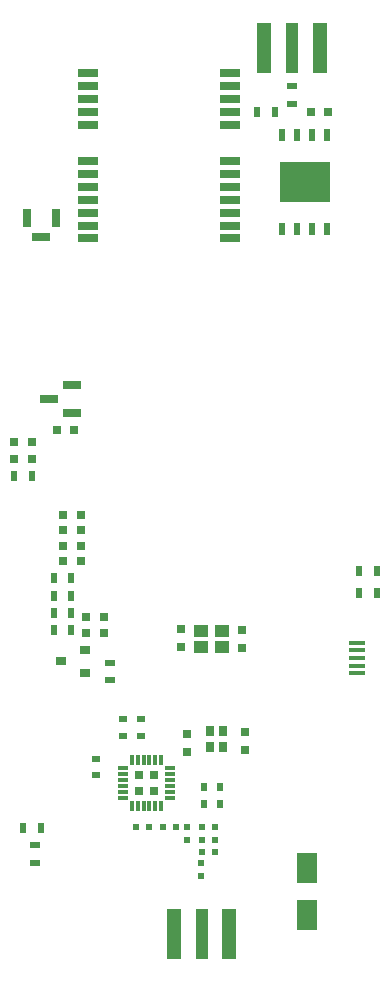
<source format=gtp>
G04 #@! TF.FileFunction,Paste,Top*
%FSLAX46Y46*%
G04 Gerber Fmt 4.6, Leading zero omitted, Abs format (unit mm)*
G04 Created by KiCad (PCBNEW 4.0.7) date 03/10/18 18:51:25*
%MOMM*%
%LPD*%
G01*
G04 APERTURE LIST*
%ADD10C,0.100000*%
%ADD11R,0.800000X0.750000*%
%ADD12R,0.750000X0.800000*%
%ADD13R,1.270000X4.200000*%
%ADD14R,1.000000X4.200000*%
%ADD15R,0.900000X0.500000*%
%ADD16R,0.900000X0.800000*%
%ADD17R,0.500000X0.900000*%
%ADD18R,1.600000X0.800000*%
%ADD19R,0.800000X1.600000*%
%ADD20R,0.600000X1.100000*%
%ADD21R,4.300000X3.400000*%
%ADD22R,1.800000X0.800000*%
%ADD23R,1.150000X1.000000*%
%ADD24R,1.350000X0.400000*%
%ADD25R,0.600000X0.800000*%
%ADD26R,0.800000X0.600000*%
%ADD27R,0.600000X0.500000*%
%ADD28R,0.500000X0.600000*%
%ADD29R,0.850000X0.300000*%
%ADD30R,0.300000X0.850000*%
%ADD31R,0.780000X0.780000*%
%ADD32R,0.800000X0.900000*%
%ADD33R,1.800000X2.500000*%
G04 APERTURE END LIST*
D10*
D11*
X40850000Y-65650000D03*
X39350000Y-65650000D03*
X40850000Y-67100000D03*
X39350000Y-67100000D03*
X43525000Y-75750000D03*
X45025000Y-75750000D03*
X43525000Y-74450000D03*
X45025000Y-74450000D03*
X43525000Y-73150000D03*
X45025000Y-73150000D03*
X45450000Y-81810000D03*
X46950000Y-81810000D03*
X43525000Y-71850000D03*
X45025000Y-71850000D03*
X45450000Y-80490000D03*
X46950000Y-80490000D03*
X44450000Y-64650000D03*
X42950000Y-64650000D03*
D12*
X53500000Y-81520000D03*
X53500000Y-83020000D03*
D11*
X65975000Y-37725000D03*
X64475000Y-37725000D03*
D12*
X58630000Y-81580000D03*
X58630000Y-83080000D03*
D13*
X65225000Y-32350000D03*
X60525000Y-32350000D03*
D14*
X62875000Y-32350000D03*
D15*
X62875000Y-37050000D03*
X62875000Y-35550000D03*
D16*
X45340000Y-85210000D03*
X45340000Y-83310000D03*
X43340000Y-84260000D03*
D17*
X40850000Y-68550000D03*
X39350000Y-68550000D03*
D15*
X47480000Y-84370000D03*
X47480000Y-85870000D03*
D17*
X41630000Y-98390000D03*
X40130000Y-98390000D03*
X44200000Y-77210000D03*
X42700000Y-77210000D03*
X44200000Y-78680000D03*
X42700000Y-78680000D03*
X44200000Y-81630000D03*
X42700000Y-81630000D03*
D15*
X41120000Y-101320000D03*
X41120000Y-99820000D03*
D17*
X42700000Y-80150000D03*
X44200000Y-80150000D03*
X59950000Y-37750000D03*
X61450000Y-37750000D03*
D18*
X44300000Y-63250000D03*
X42350000Y-62050000D03*
X44300000Y-60850000D03*
X41660000Y-48320000D03*
D19*
X42900000Y-46700000D03*
X40450000Y-46700000D03*
D20*
X62045000Y-39725000D03*
X62045000Y-47625000D03*
X63315000Y-47625000D03*
X64585000Y-47625000D03*
X65855000Y-47625000D03*
X65855000Y-39725000D03*
X64585000Y-39725000D03*
X63315000Y-39725000D03*
D21*
X63950000Y-43675000D03*
D22*
X45650000Y-34450000D03*
X45650000Y-35550000D03*
X45650000Y-36650000D03*
X45650000Y-37750000D03*
X45650000Y-38850000D03*
X45650000Y-41850000D03*
X45650000Y-42950000D03*
X45650000Y-44050000D03*
X45650000Y-45150000D03*
X45650000Y-46250000D03*
X45650000Y-47350000D03*
X45650000Y-48450000D03*
X57650000Y-48450000D03*
X57650000Y-47350000D03*
X57650000Y-46250000D03*
X57650000Y-45150000D03*
X57650000Y-44050000D03*
X57650000Y-42950000D03*
X57650000Y-41850000D03*
X57650000Y-38850000D03*
X57650000Y-37750000D03*
X57650000Y-36650000D03*
X57650000Y-35550000D03*
X57650000Y-34450000D03*
D23*
X55185000Y-83050000D03*
X56935000Y-83050000D03*
X56935000Y-81650000D03*
X55185000Y-81650000D03*
D24*
X68350000Y-85280000D03*
X68350000Y-84630000D03*
X68350000Y-83980000D03*
X68350000Y-83330000D03*
X68350000Y-82680000D03*
D25*
X56810000Y-94850000D03*
X55410000Y-94850000D03*
D26*
X50090000Y-89140000D03*
X50090000Y-90540000D03*
D25*
X56810000Y-96300000D03*
X55410000Y-96300000D03*
D26*
X48610000Y-89150000D03*
X48610000Y-90550000D03*
X46270000Y-92490000D03*
X46270000Y-93890000D03*
D27*
X50800000Y-98260000D03*
X49700000Y-98260000D03*
D28*
X54020000Y-98250000D03*
X54020000Y-99350000D03*
X56340000Y-98240000D03*
X56340000Y-99340000D03*
D27*
X55250000Y-100370000D03*
X56350000Y-100370000D03*
D28*
X55220000Y-101350000D03*
X55220000Y-102450000D03*
D13*
X57590000Y-107320000D03*
X52890000Y-107320000D03*
D14*
X55240000Y-107320000D03*
D27*
X53030000Y-98250000D03*
X51930000Y-98250000D03*
D28*
X55250000Y-99350000D03*
X55250000Y-98250000D03*
D29*
X52520000Y-95800000D03*
X52520000Y-95300000D03*
X52520000Y-94800000D03*
X52520000Y-94300000D03*
X52520000Y-93800000D03*
X52520000Y-93300000D03*
D30*
X51820000Y-92600000D03*
X51320000Y-92600000D03*
X50820000Y-92600000D03*
X50320000Y-92600000D03*
X49820000Y-92600000D03*
X49320000Y-92600000D03*
D29*
X48620000Y-93300000D03*
X48620000Y-93800000D03*
X48620000Y-94300000D03*
X48620000Y-94800000D03*
X48620000Y-95300000D03*
X48620000Y-95800000D03*
D30*
X49320000Y-96500000D03*
X49820000Y-96500000D03*
X50320000Y-96500000D03*
X50820000Y-96500000D03*
X51320000Y-96500000D03*
X51820000Y-96500000D03*
D31*
X49920000Y-93900000D03*
X49920000Y-95200000D03*
X51220000Y-93900000D03*
X51220000Y-95200000D03*
D12*
X54030000Y-91910000D03*
X54030000Y-90410000D03*
X58870000Y-90240000D03*
X58870000Y-91740000D03*
D32*
X55970000Y-90115000D03*
X55970000Y-91515000D03*
X57070000Y-91515000D03*
X57070000Y-90115000D03*
D17*
X70080000Y-78450000D03*
X68580000Y-78450000D03*
X70060000Y-76640000D03*
X68560000Y-76640000D03*
D33*
X64120000Y-105760000D03*
X64120000Y-101760000D03*
M02*

</source>
